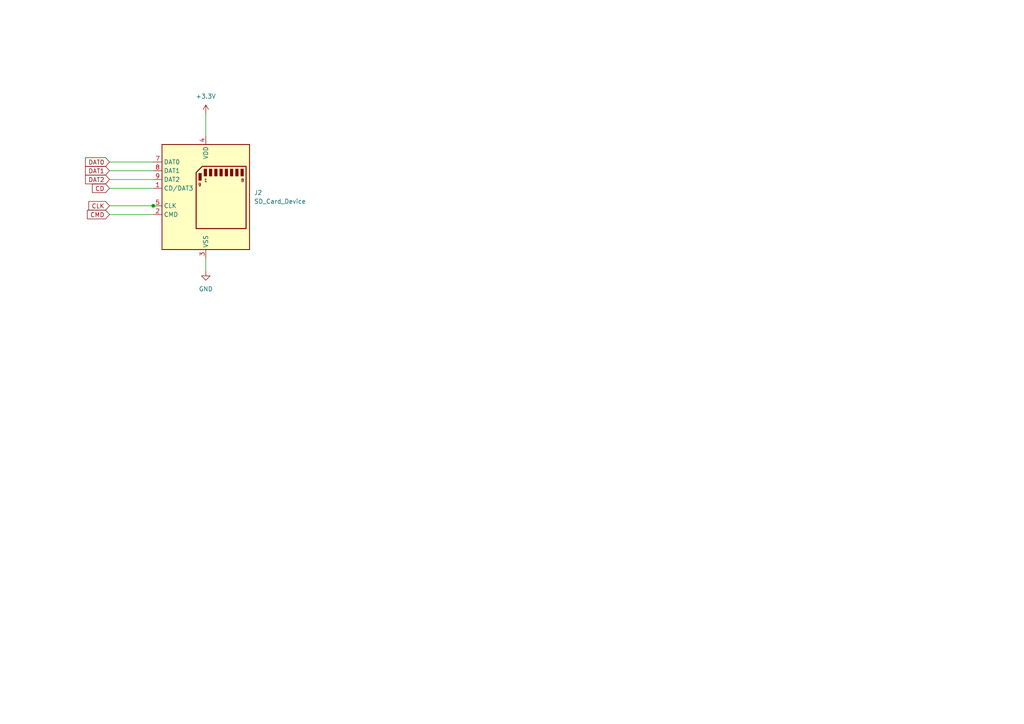
<source format=kicad_sch>
(kicad_sch (version 20250114) (generator "eeschema") (generator_version "9.0")
  (paper "A4")
  (lib_symbols
    (symbol "Connector:SD_Card_Device"
      (property "Reference" "J" (at -11.938 17.018 0))
      (property "Value" "SD_Card_Device" (at 9.144 -17.272 0))
      (symbol "SD_Card_Device_0_1"
        (rectangle (start -2.032 6.858) (end -1.27 4.826) (fill (type outline)))
        (rectangle (start -0.508 8.128) (end 0.254 6.096) (fill (type outline)))
        (rectangle (start 1.016 8.128) (end 1.778 6.096) (fill (type outline)))
        (rectangle (start 2.54 8.128) (end 3.302 6.096) (fill (type outline)))
        (rectangle (start 4.064 8.128) (end 4.826 6.096) (fill (type outline)))
        (rectangle (start 5.588 8.128) (end 6.35 6.096) (fill (type outline)))
        (rectangle (start 7.112 8.128) (end 7.874 6.096) (fill (type outline)))
        (rectangle (start 8.636 8.128) (end 9.398 6.096) (fill (type outline)))
        (rectangle (start 10.16 8.128) (end 10.922 6.096) (fill (type outline)))
      )
      (symbol "SD_Card_Device_1_1"
        (rectangle (start -12.7 15.24) (end 12.7 -15.24) (stroke (width 0.254)) (fill (type background)))
        (polyline (pts (xy -1.016 8.89) (xy 11.684 8.89) (xy 11.684 -9.144) (xy -2.794 -9.144) (xy -2.794 7.112) (xy -1.016 8.89)) (stroke (width 0.3)))
        (text "9" (at -1.778 3.556 0) (effects (font (size 0.9 0.9))))
        (text "1" (at 0 4.826 0) (effects (font (size 0.9 0.9))))
        (text "8" (at 10.668 4.826 0) (effects (font (size 0.9 0.9))))
        (pin bidirectional line (at -15.24 10.16 0) (length 2.54) (name "DAT0") (number "7"))
        (pin bidirectional line (at -15.24 7.62 0) (length 2.54) (name "DAT1") (number "8"))
        (pin bidirectional line (at -15.24 5.08 0) (length 2.54) (name "DAT2") (number "9"))
        (pin bidirectional line (at -15.24 2.54 0) (length 2.54) (name "CD/DAT3") (number "1"))
        (pin input line (at -15.24 -2.54 0) (length 2.54) (name "CLK") (number "5"))
        (pin bidirectional line (at -15.24 -5.08 0) (length 2.54) (name "CMD") (number "2"))
        (pin power_in line (at 0 17.78 270) (length 2.54) (name "VDD") (number "4"))
        (pin power_in line (at 0 -17.78 90) (length 2.54) (name "VSS") (number "3"))
        (pin passive line (at 0 -17.78 90) (length 2.54) (hide yes) (name "VSS") (number "6"))
      )
    )
    (symbol "power:+3.3V" (power) (pin_numbers (hide yes)) (pin_names (offset 0) (hide yes))
      (property "Value" "+3.3V" (at 0 3.556 0))
      (symbol "+3.3V_0_1"
        (polyline (pts (xy -0.762 1.27) (xy 0 2.54)))
        (polyline (pts (xy 0 2.54) (xy 0.762 1.27)))
        (polyline (pts (xy 0 0) (xy 0 2.54)))
      )
      (symbol "+3.3V_1_1"
        (pin power_in line (at 0 0 90) (length 0) (name "~") (number "1"))
      )
    )
    (symbol "power:GND" (power) (pin_numbers (hide yes)) (pin_names (offset 0) (hide yes))
      (property "Value" "GND" (at 0 -3.81 0))
      (symbol "GND_0_1"
        (polyline (pts (xy 0 0) (xy 0 -1.27) (xy 1.27 -1.27) (xy 0 -2.54) (xy -1.27 -1.27) (xy 0 -1.27)))
      )
      (symbol "GND_1_1"
        (pin power_in line (at 0 0 270) (length 0) (name "~") (number "1"))
      )
    )
  )
  (junction (at 44.45 59.69))
  (wire (pts (xy 31.75 54.61) (xy 44.45 54.61)))
  (wire (pts (xy 31.75 59.69) (xy 44.45 59.69)))
  (wire (pts (xy 31.75 52.07) (xy 44.45 52.07)))
  (wire (pts (xy 31.75 49.53) (xy 44.45 49.53)))
  (wire (pts (xy 31.75 62.23) (xy 44.45 62.23)))
  (wire (pts (xy 59.69 33.02) (xy 59.69 39.37)))
  (wire (pts (xy 44.45 59.69) (xy 45.72 59.69)))
  (wire (pts (xy 31.75 46.99) (xy 44.45 46.99)))
  (wire (pts (xy 59.69 74.93) (xy 59.69 78.74)))
  (global_label "CD" (shape input) (at 31.75 54.61 180) (property "Intersheetrefs" "${INTERSHEET_REFS}" (effects (hide yes))))
  (global_label "CLK" (shape input) (at 31.75 59.69 180) (property "Intersheetrefs" "${INTERSHEET_REFS}" (effects (hide yes))))
  (global_label "CMD" (shape input) (at 31.75 62.23 180) (property "Intersheetrefs" "${INTERSHEET_REFS}" (effects (hide yes))))
  (global_label "DAT2" (shape input) (at 31.75 52.07 180) (property "Intersheetrefs" "${INTERSHEET_REFS}" (effects (hide yes))))
  (global_label "DAT0" (shape input) (at 31.75 46.99 180) (property "Intersheetrefs" "${INTERSHEET_REFS}" (effects (hide yes))))
  (global_label "DAT1" (shape input) (at 31.75 49.53 180) (property "Intersheetrefs" "${INTERSHEET_REFS}" (effects (hide yes))))
  (symbol (lib_id "power:+3.3V") (at 59.69 33.02 0) (unit 1)
    (property "Reference" "#PWR023" (effects (hide yes)))
    (property "Value" "+3.3V" (at 59.69 27.94 0))
    (property "Description" "Power symbol creates a global label with name \"+3.3V\"" (effects (hide yes)))
  )
  (symbol (lib_id "Connector:SD_Card_Device") (at 59.69 57.15 0) (unit 1)
    (property "Reference" "J2" (at 73.66 55.8799 0) (effects (justify left)))
    (property "Value" "SD_Card_Device" (at 73.66 58.4199 0) (effects (justify left)))
    (property "Footprint" "Connector_Card:SD_Card_Device_16mm_SlotDepth" (effects (hide yes)))
    (property "Datasheet" "http://www.convict.lu/pdf/ProdManualSDCardv1.9.pdf" (effects (hide yes)))
    (property "Description" "SD card device/card" (effects (hide yes)))
  )
  (symbol (lib_id "power:GND") (at 59.69 78.74 0) (unit 1)
    (property "Reference" "#PWR024" (effects (hide yes)))
    (property "Value" "GND" (at 59.69 83.82 0))
    (property "Description" "Power symbol creates a global label with name \"GND\" , ground" (effects (hide yes)))
  )
)
</source>
